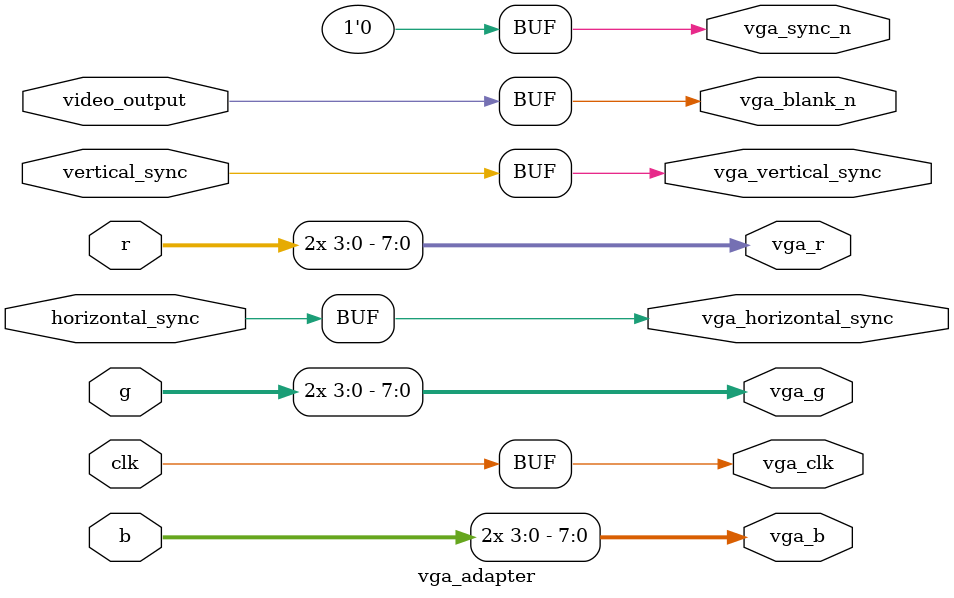
<source format=v>
module vga_adapter
(
	input  [3:0] r,
	input  [3:0] g,
	input  [3:0] b,
	input  horizontal_sync,
	input  vertical_sync,
	input  video_output,
	
	output [7:0] vga_r,
	output [7:0] vga_g,
	output [7:0] vga_b,
	output vga_horizontal_sync,
	output vga_vertical_sync,
	output vga_clk,
	output vga_blank_n,
	output vga_sync_n,

	input  clk
);

assign vga_r = {r,r};
assign vga_g = {g,g};
assign vga_b = {b,b};

assign vga_horizontal_sync = horizontal_sync;
assign vga_vertical_sync = vertical_sync;
assign vga_clk = clk;
assign vga_blank_n = video_output;
assign vga_sync_n = 1'b0;

endmodule
</source>
